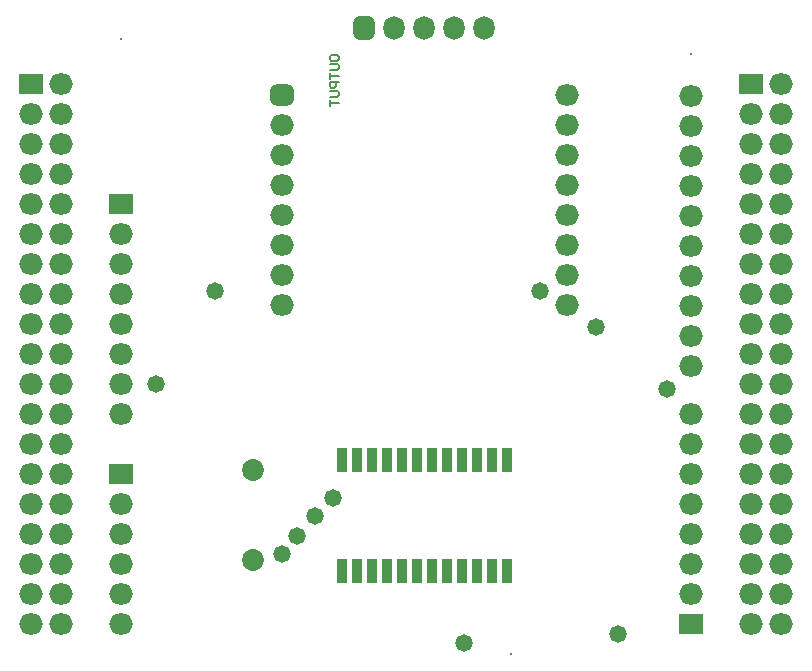
<source format=gbs>
G04*
G04 #@! TF.GenerationSoftware,Altium Limited,Altium Designer,18.1.6 (161)*
G04*
G04 Layer_Color=16711935*
%FSTAX24Y24*%
%MOIN*%
G70*
G01*
G75*
%ADD20O,0.0789X0.0710*%
%ADD21R,0.0789X0.0710*%
%ADD22C,0.0080*%
G04:AMPARAMS|DCode=23|XSize=71mil|YSize=78.9mil|CornerRadius=19.7mil|HoleSize=0mil|Usage=FLASHONLY|Rotation=0.000|XOffset=0mil|YOffset=0mil|HoleType=Round|Shape=RoundedRectangle|*
%AMROUNDEDRECTD23*
21,1,0.0710,0.0394,0,0,0.0*
21,1,0.0315,0.0789,0,0,0.0*
1,1,0.0395,0.0157,-0.0197*
1,1,0.0395,-0.0157,-0.0197*
1,1,0.0395,-0.0157,0.0197*
1,1,0.0395,0.0157,0.0197*
%
%ADD23ROUNDEDRECTD23*%
%ADD24O,0.0710X0.0789*%
G04:AMPARAMS|DCode=25|XSize=71mil|YSize=78.9mil|CornerRadius=19.7mil|HoleSize=0mil|Usage=FLASHONLY|Rotation=270.000|XOffset=0mil|YOffset=0mil|HoleType=Round|Shape=RoundedRectangle|*
%AMROUNDEDRECTD25*
21,1,0.0710,0.0394,0,0,270.0*
21,1,0.0315,0.0789,0,0,270.0*
1,1,0.0395,-0.0197,-0.0157*
1,1,0.0395,-0.0197,0.0157*
1,1,0.0395,0.0197,0.0157*
1,1,0.0395,0.0197,-0.0157*
%
%ADD25ROUNDEDRECTD25*%
%ADD26O,0.0789X0.0710*%
%ADD27R,0.0336X0.0838*%
%ADD28C,0.0730*%
%ADD29C,0.0580*%
%ADD39C,0.0060*%
D20*
X05328Y038795D02*
D03*
Y037795D02*
D03*
Y036795D02*
D03*
Y035795D02*
D03*
Y034795D02*
D03*
Y033795D02*
D03*
Y032795D02*
D03*
Y031795D02*
D03*
Y030795D02*
D03*
Y029795D02*
D03*
X05628Y039197D02*
D03*
X05528Y038197D02*
D03*
X05628D02*
D03*
X05528Y037197D02*
D03*
X05628D02*
D03*
X05528Y036197D02*
D03*
X05628D02*
D03*
X05528Y035197D02*
D03*
X05628D02*
D03*
X05528Y034197D02*
D03*
X05628D02*
D03*
X05528Y033197D02*
D03*
X05628D02*
D03*
X05528Y032197D02*
D03*
X05628D02*
D03*
X05528Y031197D02*
D03*
X05628D02*
D03*
X05528Y030197D02*
D03*
X05628D02*
D03*
X05528Y029197D02*
D03*
X05628D02*
D03*
X05528Y028197D02*
D03*
X05628D02*
D03*
X05528Y027197D02*
D03*
X05628D02*
D03*
X05528Y026197D02*
D03*
X05628D02*
D03*
X05528Y025197D02*
D03*
X05628D02*
D03*
X05528Y024197D02*
D03*
X05628D02*
D03*
X05528Y023197D02*
D03*
X05628D02*
D03*
X05528Y022197D02*
D03*
X05628D02*
D03*
X05528Y021197D02*
D03*
X05628D02*
D03*
X03228Y039197D02*
D03*
X03128Y038197D02*
D03*
X03228D02*
D03*
X03128Y037197D02*
D03*
X03228D02*
D03*
X03128Y036197D02*
D03*
X03228D02*
D03*
X03128Y035197D02*
D03*
X03228D02*
D03*
X03128Y034197D02*
D03*
X03228D02*
D03*
X03128Y033197D02*
D03*
X03228D02*
D03*
X03128Y032197D02*
D03*
X03228D02*
D03*
X03128Y031197D02*
D03*
X03228D02*
D03*
X03128Y030197D02*
D03*
X03228D02*
D03*
X03128Y029197D02*
D03*
X03228D02*
D03*
X03128Y028197D02*
D03*
X03228D02*
D03*
X03128Y027197D02*
D03*
X03228D02*
D03*
X03128Y026197D02*
D03*
X03228D02*
D03*
X03128Y025197D02*
D03*
X03228D02*
D03*
X03128Y024197D02*
D03*
X03228D02*
D03*
X03128Y023197D02*
D03*
X03228D02*
D03*
X03128Y022197D02*
D03*
X03228D02*
D03*
X03128Y021197D02*
D03*
X03228D02*
D03*
X03428Y025197D02*
D03*
Y024197D02*
D03*
Y023197D02*
D03*
Y022197D02*
D03*
Y021197D02*
D03*
Y028197D02*
D03*
Y029197D02*
D03*
Y030197D02*
D03*
Y031197D02*
D03*
Y032197D02*
D03*
Y033197D02*
D03*
Y034197D02*
D03*
X05328Y028197D02*
D03*
Y027197D02*
D03*
Y026197D02*
D03*
Y025197D02*
D03*
Y024197D02*
D03*
Y023197D02*
D03*
Y022197D02*
D03*
D21*
X05528Y039197D02*
D03*
X03128D02*
D03*
X03428Y026197D02*
D03*
Y035197D02*
D03*
X05328Y021197D02*
D03*
D22*
X03428Y040697D02*
D03*
X04728Y020197D02*
D03*
X05328Y040197D02*
D03*
D23*
X042374Y041043D02*
D03*
D24*
X043374D02*
D03*
X044374D02*
D03*
X045374D02*
D03*
X046374D02*
D03*
D25*
X039624Y038835D02*
D03*
D26*
Y037835D02*
D03*
Y036835D02*
D03*
Y035835D02*
D03*
Y034835D02*
D03*
Y033835D02*
D03*
Y032835D02*
D03*
Y031835D02*
D03*
X049124D02*
D03*
Y032835D02*
D03*
Y033835D02*
D03*
Y034835D02*
D03*
Y035835D02*
D03*
Y036835D02*
D03*
Y037835D02*
D03*
Y038835D02*
D03*
D27*
X047124Y026658D02*
D03*
X046624D02*
D03*
X046124D02*
D03*
X045624D02*
D03*
X045124D02*
D03*
X044624D02*
D03*
X044124D02*
D03*
X043624D02*
D03*
X043124D02*
D03*
X042624D02*
D03*
X042124D02*
D03*
X041624D02*
D03*
Y022948D02*
D03*
X042124D02*
D03*
X042624D02*
D03*
X043124D02*
D03*
X043624D02*
D03*
X044124D02*
D03*
X044624D02*
D03*
X045124D02*
D03*
X045624D02*
D03*
X046124D02*
D03*
X046624D02*
D03*
X047124D02*
D03*
D28*
X038681Y026327D02*
D03*
Y023327D02*
D03*
D29*
X052461Y029035D02*
D03*
X050098Y031102D02*
D03*
X048228Y032305D02*
D03*
X037402Y032283D02*
D03*
X039624Y023524D02*
D03*
X040748Y024803D02*
D03*
X041339Y025394D02*
D03*
X040157Y024114D02*
D03*
X050832Y020866D02*
D03*
X045696Y020571D02*
D03*
X035433Y029197D02*
D03*
D39*
X041236Y040008D02*
Y040107D01*
X041286Y040157D01*
X041485D01*
X041535Y040107D01*
Y040008D01*
X041485Y039958D01*
X041286D01*
X041236Y040008D01*
Y039858D02*
X041485D01*
X041535Y039808D01*
Y039708D01*
X041485Y039658D01*
X041236D01*
Y039558D02*
Y039358D01*
Y039458D01*
X041535D01*
Y039258D02*
X041236D01*
Y039108D01*
X041286Y039058D01*
X041385D01*
X041435Y039108D01*
Y039258D01*
X041236Y038958D02*
X041485D01*
X041535Y038908D01*
Y038808D01*
X041485Y038758D01*
X041236D01*
Y038658D02*
Y038458D01*
Y038558D01*
X041535D01*
M02*

</source>
